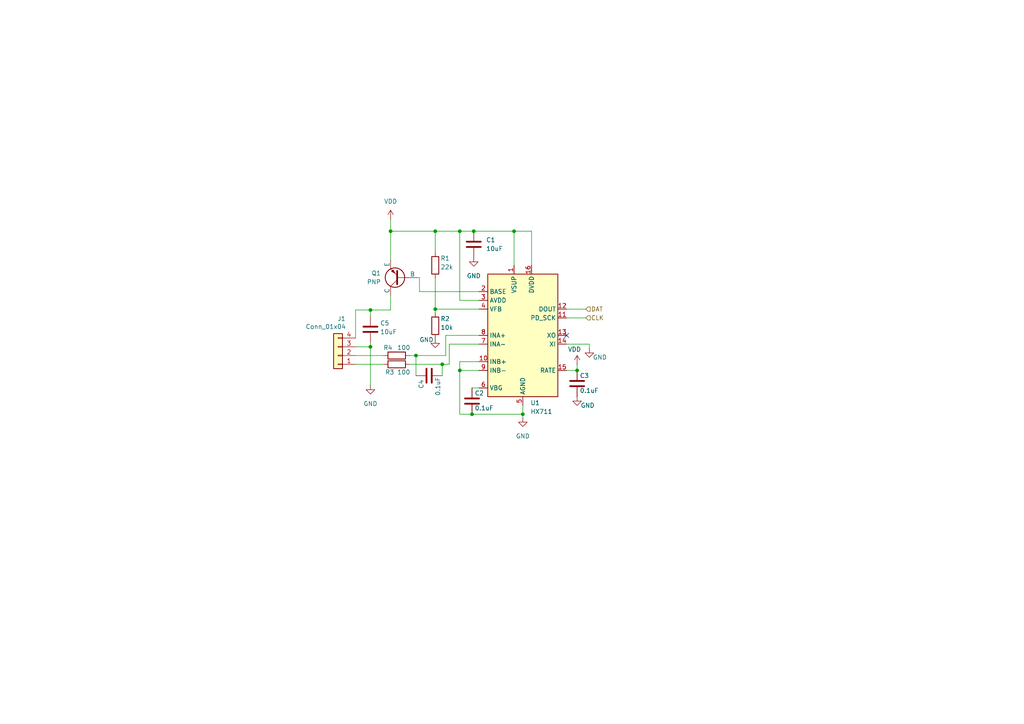
<source format=kicad_sch>
(kicad_sch (version 20231120) (generator "eeschema") (generator_version "8.0")
  (paper "A4")
  (lib_symbols
    (symbol "Analog_ADC:HX711"
      (property "Reference" "U" (at 5.08 21.59 0))
      (property "Value" "HX711" (at 7.62 19.05 0))
      (symbol "HX711_0_1"
        (rectangle (start -10.16 17.78) (end 10.16 -17.78) (stroke (width 0.254)) (fill (type background)))
      )
      (symbol "HX711_1_1"
        (pin power_in line (at -2.54 20.32 270) (length 2.54) (name "VSUP") (number "1"))
        (pin input line (at -12.7 -7.62 0) (length 2.54) (name "INB+") (number "10"))
        (pin input line (at 12.7 5.08 180) (length 2.54) (name "PD_SCK") (number "11"))
        (pin output line (at 12.7 7.62 180) (length 2.54) (name "DOUT") (number "12"))
        (pin passive line (at 12.7 0 180) (length 2.54) (name "XO") (number "13"))
        (pin passive line (at 12.7 -2.54 180) (length 2.54) (name "XI") (number "14"))
        (pin input line (at 12.7 -10.16 180) (length 2.54) (name "RATE") (number "15"))
        (pin power_in line (at 2.54 20.32 270) (length 2.54) (name "DVDD") (number "16"))
        (pin passive line (at -12.7 12.7 0) (length 2.54) (name "BASE") (number "2"))
        (pin power_in line (at -12.7 10.16 0) (length 2.54) (name "AVDD") (number "3"))
        (pin input line (at -12.7 7.62 0) (length 2.54) (name "VFB") (number "4"))
        (pin power_in line (at 0 -20.32 90) (length 2.54) (name "AGND") (number "5"))
        (pin passive line (at -12.7 -15.24 0) (length 2.54) (name "VBG") (number "6"))
        (pin input line (at -12.7 -2.54 0) (length 2.54) (name "INA-") (number "7"))
        (pin input line (at -12.7 0 0) (length 2.54) (name "INA+") (number "8"))
        (pin input line (at -12.7 -10.16 0) (length 2.54) (name "INB-") (number "9"))
      )
    )
    (symbol "Connector_Generic:Conn_01x04" (pin_names (offset 1.016) hide)
      (property "Reference" "J" (at 0 5.08 0))
      (property "Value" "Conn_01x04" (at 0 -7.62 0))
      (symbol "Conn_01x04_1_1"
        (rectangle (start -1.27 -4.953) (end 0 -5.207) (stroke (width 0.1524)))
        (rectangle (start -1.27 -2.413) (end 0 -2.667) (stroke (width 0.1524)))
        (rectangle (start -1.27 0.127) (end 0 -0.127) (stroke (width 0.1524)))
        (rectangle (start -1.27 2.667) (end 0 2.413) (stroke (width 0.1524)))
        (rectangle (start -1.27 3.81) (end 1.27 -6.35) (stroke (width 0.254)) (fill (type background)))
        (pin passive line (at -5.08 2.54 0) (length 3.81) (name "Pin_1") (number "1"))
        (pin passive line (at -5.08 0 0) (length 3.81) (name "Pin_2") (number "2"))
        (pin passive line (at -5.08 -2.54 0) (length 3.81) (name "Pin_3") (number "3"))
        (pin passive line (at -5.08 -5.08 0) (length 3.81) (name "Pin_4") (number "4"))
      )
    )
    (symbol "Device:C" (pin_numbers hide) (pin_names (offset 0.254))
      (property "Reference" "C" (at 0.635 2.54 0))
      (property "Value" "C" (at 0.635 -2.54 0))
      (symbol "C_0_1"
        (polyline (pts (xy -2.032 -0.762) (xy 2.032 -0.762)) (stroke (width 0.508)))
        (polyline (pts (xy -2.032 0.762) (xy 2.032 0.762)) (stroke (width 0.508)))
      )
      (symbol "C_1_1"
        (pin passive line (at 0 3.81 270) (length 2.794) (name "~") (number "1"))
        (pin passive line (at 0 -3.81 90) (length 2.794) (name "~") (number "2"))
      )
    )
    (symbol "Device:R" (pin_numbers hide) (pin_names (offset 0))
      (property "Reference" "R" (at 2.032 0 90))
      (property "Value" "R" (at 0 0 90))
      (symbol "R_0_1"
        (rectangle (start -1.016 -2.54) (end 1.016 2.54) (stroke (width 0.254)))
      )
      (symbol "R_1_1"
        (pin passive line (at 0 3.81 270) (length 1.27) (name "~") (number "1"))
        (pin passive line (at 0 -3.81 90) (length 1.27) (name "~") (number "2"))
      )
    )
    (symbol "Simulation_SPICE:PNP" (pin_numbers hide) (pin_names (offset 0))
      (property "Reference" "Q" (at -2.54 7.62 0))
      (property "Value" "PNP" (at -2.54 5.08 0))
      (symbol "PNP_0_1"
        (polyline (pts (xy -2.54 0) (xy 0.635 0)) (stroke (width 0.1524)))
        (polyline (pts (xy 0.635 0.635) (xy 2.54 2.54)))
        (polyline (pts (xy 0.635 -0.635) (xy 2.54 -2.54) (xy 2.54 -2.54)))
        (polyline (pts (xy 0.635 1.905) (xy 0.635 -1.905) (xy 0.635 -1.905)) (stroke (width 0.508)))
        (polyline (pts (xy 2.286 -1.778) (xy 1.778 -2.286) (xy 1.27 -1.27) (xy 2.286 -1.778) (xy 2.286 -1.778)) (fill (type outline)))
        (circle (center 1.27 0) (radius 2.8194) (stroke (width 0.254)))
      )
      (symbol "PNP_1_1"
        (pin open_collector line (at 2.54 5.08 270) (length 2.54) (name "C") (number "1"))
        (pin input line (at -5.08 0 0) (length 2.54) (name "B") (number "2"))
        (pin open_emitter line (at 2.54 -5.08 90) (length 2.54) (name "E") (number "3"))
      )
    )
    (symbol "power:GND" (power) (pin_numbers hide) (pin_names (offset 0) hide)
      (property "Value" "GND" (at 0 -3.81 0))
      (symbol "GND_0_1"
        (polyline (pts (xy 0 0) (xy 0 -1.27) (xy 1.27 -1.27) (xy 0 -2.54) (xy -1.27 -1.27) (xy 0 -1.27)))
      )
      (symbol "GND_1_1"
        (pin power_in line (at 0 0 270) (length 0) (name "~") (number "1"))
      )
    )
    (symbol "power:VDD" (power) (pin_numbers hide) (pin_names (offset 0) hide)
      (property "Value" "VDD" (at 0 3.556 0))
      (symbol "VDD_0_1"
        (polyline (pts (xy -0.762 1.27) (xy 0 2.54)))
        (polyline (pts (xy 0 0) (xy 0 2.54)))
        (polyline (pts (xy 0 2.54) (xy 0.762 1.27)))
      )
      (symbol "VDD_1_1"
        (pin power_in line (at 0 0 90) (length 0) (name "~") (number "1"))
      )
    )
  )
  (junction (at 126.238 89.662))
  (junction (at 167.386 107.442))
  (junction (at 133.35 67.056))
  (junction (at 137.414 67.056))
  (junction (at 113.284 67.056))
  (junction (at 136.906 120.142))
  (junction (at 107.442 100.584))
  (junction (at 120.65 103.124))
  (junction (at 128.27 105.664))
  (junction (at 151.638 120.142))
  (junction (at 126.238 67.056))
  (junction (at 107.442 89.916))
  (junction (at 149.098 67.056))
  (junction (at 133.35 107.442))
  (no_connect (at 164.338 97.282))
  (wire (pts (xy 107.442 89.916) (xy 113.284 89.916)))
  (wire (pts (xy 136.906 120.142) (xy 151.638 120.142)))
  (wire (pts (xy 126.238 89.662) (xy 138.938 89.662)))
  (wire (pts (xy 107.442 100.584) (xy 107.442 111.76)))
  (wire (pts (xy 103.124 105.664) (xy 111.252 105.664)))
  (wire (pts (xy 164.338 92.202) (xy 169.926 92.202)))
  (wire (pts (xy 133.35 87.122) (xy 133.35 67.056)))
  (wire (pts (xy 149.098 76.962) (xy 149.098 67.056)))
  (wire (pts (xy 133.35 120.142) (xy 136.906 120.142)))
  (wire (pts (xy 154.178 67.056) (xy 149.098 67.056)))
  (wire (pts (xy 126.238 73.152) (xy 126.238 67.056)))
  (wire (pts (xy 103.124 103.124) (xy 111.252 103.124)))
  (wire (pts (xy 126.238 89.662) (xy 126.238 90.678)))
  (wire (pts (xy 113.284 67.056) (xy 113.284 75.438)))
  (wire (pts (xy 103.124 89.916) (xy 107.442 89.916)))
  (wire (pts (xy 164.338 107.442) (xy 167.386 107.442)))
  (wire (pts (xy 164.338 89.662) (xy 169.926 89.662)))
  (wire (pts (xy 133.35 104.902) (xy 133.35 107.442)))
  (wire (pts (xy 133.35 107.442) (xy 133.35 120.142)))
  (wire (pts (xy 107.442 89.916) (xy 107.442 91.694)))
  (wire (pts (xy 120.65 103.124) (xy 129.286 103.124)))
  (wire (pts (xy 136.906 112.522) (xy 138.938 112.522)))
  (wire (pts (xy 130.302 99.822) (xy 130.302 105.664)))
  (wire (pts (xy 138.938 87.122) (xy 133.35 87.122)))
  (wire (pts (xy 151.638 121.158) (xy 151.638 120.142)))
  (wire (pts (xy 107.442 99.314) (xy 107.442 100.584)))
  (wire (pts (xy 113.284 89.916) (xy 113.284 85.598)))
  (wire (pts (xy 167.386 107.442) (xy 167.386 105.664)))
  (wire (pts (xy 113.284 67.056) (xy 126.238 67.056)))
  (wire (pts (xy 103.124 89.916) (xy 103.124 98.044)))
  (wire (pts (xy 149.098 67.056) (xy 137.414 67.056)))
  (wire (pts (xy 137.414 67.056) (xy 133.35 67.056)))
  (wire (pts (xy 121.666 80.518) (xy 120.904 80.518)))
  (wire (pts (xy 118.872 103.124) (xy 120.65 103.124)))
  (wire (pts (xy 121.666 80.518) (xy 121.666 84.582)))
  (wire (pts (xy 129.286 97.282) (xy 138.938 97.282)))
  (wire (pts (xy 120.65 103.124) (xy 120.65 108.966)))
  (wire (pts (xy 164.338 99.822) (xy 170.942 99.822)))
  (wire (pts (xy 138.938 84.582) (xy 121.666 84.582)))
  (wire (pts (xy 126.238 80.772) (xy 126.238 89.662)))
  (wire (pts (xy 170.942 99.822) (xy 170.942 101.092)))
  (wire (pts (xy 128.27 105.664) (xy 128.27 108.966)))
  (wire (pts (xy 138.938 99.822) (xy 130.302 99.822)))
  (wire (pts (xy 113.284 63.5) (xy 113.284 67.056)))
  (wire (pts (xy 138.938 104.902) (xy 133.35 104.902)))
  (wire (pts (xy 129.286 103.124) (xy 129.286 97.282)))
  (wire (pts (xy 130.302 105.664) (xy 128.27 105.664)))
  (wire (pts (xy 133.35 107.442) (xy 138.938 107.442)))
  (wire (pts (xy 126.238 67.056) (xy 133.35 67.056)))
  (wire (pts (xy 154.178 76.962) (xy 154.178 67.056)))
  (wire (pts (xy 103.124 100.584) (xy 107.442 100.584)))
  (wire (pts (xy 151.638 117.602) (xy 151.638 120.142)))
  (wire (pts (xy 128.27 105.664) (xy 118.872 105.664)))
  (hierarchical_label "DAT" (shape input) (at 169.926 89.662 0))
  (hierarchical_label "CLK" (shape input) (at 169.926 92.202 0))
  (symbol (lib_id "power:GND") (at 137.414 74.676 0) (unit 1)
    (property "Reference" "#PWR02" (effects (hide yes)))
    (property "Value" "GND" (at 137.414 80.01 0))
    (property "Description" "Power symbol creates a global label with name \"GND\" , ground" (effects (hide yes)))
  )
  (symbol (lib_id "Device:R") (at 115.062 105.664 90) (unit 1)
    (property "Reference" "R3" (at 113.03 107.95 90))
    (property "Value" "100" (at 117.094 107.95 90))
    (property "Footprint" "Resistor_SMD:R_0402_1005Metric" (effects (hide yes)))
    (property "Description" "Resistor" (effects (hide yes)))
    (property "LCSC" "C25076" (effects (hide yes)))
  )
  (symbol (lib_id "Device:C") (at 167.386 111.252 0) (unit 1)
    (property "Reference" "C3" (at 168.148 108.966 0) (effects (justify left)))
    (property "Value" "0.1uF" (at 168.148 113.284 0) (effects (justify left)))
    (property "Footprint" "Capacitor_SMD:C_0402_1005Metric" (effects (hide yes)))
    (property "Description" "Unpolarized capacitor" (effects (hide yes)))
    (property "LCSC" " C1525" (effects (hide yes)))
  )
  (symbol (lib_id "Simulation_SPICE:PNP") (at 115.824 80.518 180) (unit 1)
    (property "Reference" "Q1" (at 110.49 79.2479 0) (effects (justify left)))
    (property "Value" "PNP" (at 110.49 81.7879 0) (effects (justify left)))
    (property "Footprint" "Package_TO_SOT_SMD:SOT-23" (effects (hide yes)))
    (property "Datasheet" "https://ngspice.sourceforge.io/docs/ngspice-html-manual/manual.xhtml#cha_BJTs" (effects (hide yes)))
    (property "Description" "Bipolar transistor symbol for simulation only, substrate tied to the emitter" (effects (hide yes)))
    (property "Sim.Device" "PNP" (effects (hide yes)))
    (property "Sim.Type" "GUMMELPOON" (effects (hide yes)))
    (property "Sim.Pins" "1=C 2=B 3=E" (effects (hide yes)))
    (property "LCSC" "C8326" (effects (hide yes)))
  )
  (symbol (lib_id "power:GND") (at 170.942 101.092 0) (unit 1)
    (property "Reference" "#PWR05" (effects (hide yes)))
    (property "Value" "GND" (at 173.99 103.632 0))
    (property "Description" "Power symbol creates a global label with name \"GND\" , ground" (effects (hide yes)))
  )
  (symbol (lib_id "Device:C") (at 137.414 70.866 0) (unit 1)
    (property "Reference" "C1" (at 140.97 69.5959 0) (effects (justify left)))
    (property "Value" "10uF" (at 140.97 72.1359 0) (effects (justify left)))
    (property "Footprint" "Capacitor_SMD:C_0603_1608Metric" (effects (hide yes)))
    (property "Description" "Unpolarized capacitor" (effects (hide yes)))
    (property "LCSC" " C96446" (effects (hide yes)))
  )
  (symbol (lib_id "power:VDD") (at 167.386 105.664 0) (unit 1)
    (property "Reference" "#PWR07" (effects (hide yes)))
    (property "Value" "VDD" (at 166.624 101.346 0))
    (property "Description" "Power symbol creates a global label with name \"VDD\"" (effects (hide yes)))
  )
  (symbol (lib_id "Device:R") (at 126.238 94.488 0) (unit 1)
    (property "Reference" "R2" (at 127.762 92.456 0) (effects (justify left)))
    (property "Value" "10k" (at 127.762 94.996 0) (effects (justify left)))
    (property "Footprint" "Resistor_SMD:R_0402_1005Metric" (effects (hide yes)))
    (property "Description" "Resistor" (effects (hide yes)))
    (property "LCSC" "C25744" (effects (hide yes)))
  )
  (symbol (lib_id "power:GND") (at 107.442 111.76 0) (unit 1)
    (property "Reference" "#PWR03" (effects (hide yes)))
    (property "Value" "GND" (at 107.442 117.094 0))
    (property "Description" "Power symbol creates a global label with name \"GND\" , ground" (effects (hide yes)))
  )
  (symbol (lib_id "Device:C") (at 107.442 95.504 0) (unit 1)
    (property "Reference" "C5" (at 110.236 93.726 0) (effects (justify left)))
    (property "Value" "10uF" (at 110.236 96.266 0) (effects (justify left)))
    (property "Footprint" "Capacitor_SMD:C_0603_1608Metric" (effects (hide yes)))
    (property "Description" "Unpolarized capacitor" (effects (hide yes)))
    (property "LCSC" " C96446" (effects (hide yes)))
  )
  (symbol (lib_id "Connector_Generic:Conn_01x04") (at 98.044 103.124 180) (unit 1)
    (property "Reference" "J1" (at 99.06 92.456 0))
    (property "Value" "Conn_01x04" (at 94.488 94.742 0))
    (property "Footprint" "Connector_JST:JST_PH_B4B-PH-K_1x04_P2.00mm_Vertical" (effects (hide yes)))
    (property "Description" "Generic connector, single row, 01x04, script generated (kicad-library-utils/schlib/autogen/connector/)" (effects (hide yes)))
  )
  (symbol (lib_id "power:VDD") (at 113.284 63.5 0) (unit 1)
    (property "Reference" "#PWR01" (effects (hide yes)))
    (property "Value" "VDD" (at 113.284 58.42 0))
    (property "Description" "Power symbol creates a global label with name \"VDD\"" (effects (hide yes)))
  )
  (symbol (lib_id "Device:C") (at 136.906 116.332 0) (unit 1)
    (property "Reference" "C2" (at 137.668 114.046 0) (effects (justify left)))
    (property "Value" "0.1uF" (at 137.668 118.364 0) (effects (justify left)))
    (property "Footprint" "Capacitor_SMD:C_0402_1005Metric" (effects (hide yes)))
    (property "Description" "Unpolarized capacitor" (effects (hide yes)))
    (property "LCSC" " C1525" (effects (hide yes)))
  )
  (symbol (lib_id "power:GND") (at 126.238 98.298 0) (unit 1)
    (property "Reference" "#PWR06" (effects (hide yes)))
    (property "Value" "GND" (at 123.698 98.552 0))
    (property "Description" "Power symbol creates a global label with name \"GND\" , ground" (effects (hide yes)))
  )
  (symbol (lib_id "Device:R") (at 115.062 103.124 90) (unit 1)
    (property "Reference" "R4" (at 112.522 100.838 90))
    (property "Value" "100" (at 117.094 100.838 90))
    (property "Footprint" "Resistor_SMD:R_0402_1005Metric" (effects (hide yes)))
    (property "Description" "Resistor" (effects (hide yes)))
    (property "LCSC" "C25076" (effects (hide yes)))
  )
  (symbol (lib_id "power:GND") (at 151.638 121.158 0) (unit 1)
    (property "Reference" "#PWR04" (effects (hide yes)))
    (property "Value" "GND" (at 151.638 126.492 0))
    (property "Description" "Power symbol creates a global label with name \"GND\" , ground" (effects (hide yes)))
  )
  (symbol (lib_id "Device:C") (at 124.46 108.966 90) (unit 1)
    (property "Reference" "C4" (at 122.174 112.776 0) (effects (justify left)))
    (property "Value" "0.1uF" (at 127 114.808 0) (effects (justify left)))
    (property "Footprint" "Capacitor_SMD:C_0402_1005Metric" (effects (hide yes)))
    (property "Description" "Unpolarized capacitor" (effects (hide yes)))
    (property "LCSC" " C1525" (effects (hide yes)))
  )
  (symbol (lib_id "power:GND") (at 167.386 115.062 0) (unit 1)
    (property "Reference" "#PWR08" (effects (hide yes)))
    (property "Value" "GND" (at 170.434 117.602 0))
    (property "Description" "Power symbol creates a global label with name \"GND\" , ground" (effects (hide yes)))
  )
  (symbol (lib_id "Analog_ADC:HX711") (at 151.638 97.282 0) (unit 1)
    (property "Reference" "U1" (at 153.8321 116.84 0) (effects (justify left)))
    (property "Value" "HX711" (at 153.8321 119.38 0) (effects (justify left)))
    (property "Footprint" "Package_SO:SOP-16_3.9x9.9mm_P1.27mm" (effects (hide yes)))
    (property "Datasheet" "https://web.archive.org/web/20220615044707/https://akizukidenshi.com/download/ds/avia/hx711.pdf" (effects (hide yes)))
    (property "Description" "24-Bit Analog-to-Digital Converter (ADC) for Weight Scales" (effects (hide yes)))
    (property "LCSC" "C6705483" (effects (hide yes)))
  )
  (symbol (lib_id "Device:R") (at 126.238 76.962 0) (unit 1)
    (property "Reference" "R1" (at 127.762 74.93 0) (effects (justify left)))
    (property "Value" "22k" (at 127.762 77.47 0) (effects (justify left)))
    (property "Footprint" "Resistor_SMD:R_0402_1005Metric" (effects (hide yes)))
    (property "Description" "Resistor" (effects (hide yes)))
    (property "LCSC" "C25768" (effects (hide yes)))
  )
)
</source>
